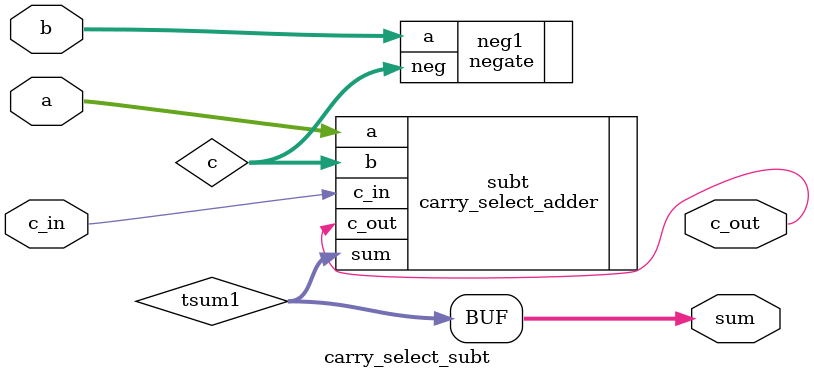
<source format=v>
`timescale 1ns / 1ps

module carry_select_subt(
    input[5:0] a, //a is the binary number
    input[5:0] b, //b is 10
    input c_in,
    output reg [5:0] sum,
    output c_out
    );
    
    
    wire[5:0] c;
    wire [5:0] tsum1;
    reg [5:0] tsum2;
    
    
    negate neg1(.a(b), .neg(c));
    //ripple_carry subt(.c_in(0), .a1(a[0]), .a2(a[1]), .a3(a[2]), .a4(a[3]), .b1(c[0]), .b2(c[1]), .b3(c[2]), .b4(c[3]), .sum1(sum[0]), .sum2(sum[1]), .sum3(sum[2]), .sum4(sum[3]), .c_out(c_out));
    carry_select_adder subt(.a(a), .b(c), .c_in(c_in), .sum(tsum1), .c_out(c_out));
    
    always@(*)
    begin
    sum = tsum1;
    end
    
    
    
endmodule

</source>
